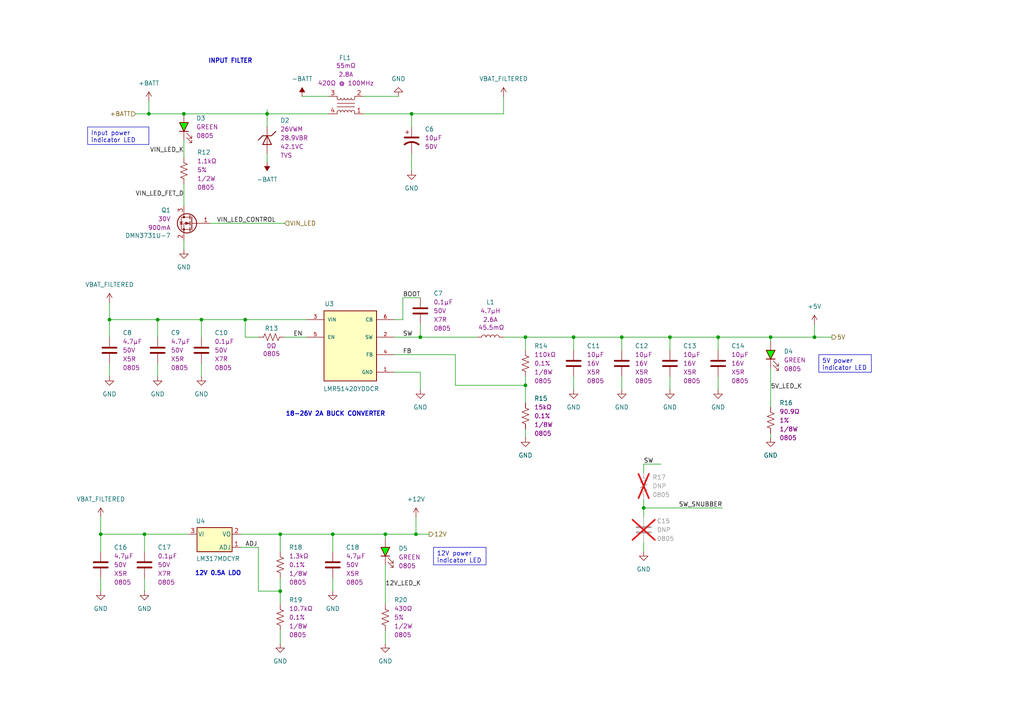
<source format=kicad_sch>
(kicad_sch (version 20231120) (generator "eeschema") (generator_version "8.0")
  (paper "A4")
  (title_block (title "EauRouge") (date "2025-01-29") (rev "1"))
  (lib_symbols
    (symbol "Capacitor_Polarized:865080642006" (pin_numbers hide) (pin_names (offset 0.254) hide)
      (property "Reference" "C" (at 3.302 2.54 0))
      (property "Capacitance" "10µF" (at 3.302 0.254 0))
      (property "Voltage - Rated" "50V" (at 3.302 -2.032 0))
      (symbol "865080642006_1_1"
        (pin passive line (at 0 3.81 270) (length 2.794) (name "~") (number "1"))
        (pin passive line (at 0 -3.81 90) (length 3.302) (name "~") (number "2"))
      )
    )
    (symbol "Capacitors_MLCC:CL21B104KBCNNNC" (pin_numbers hide) (pin_names (offset 0.254) hide)
      (property "Reference" "C" (at 4.826 4.318 0))
      (property "Capacitance" "0.1µF" (at 4.826 2.286 0))
      (property "Rated Voltage" "50V" (at 4.826 0 0))
      (property "Temperature Coefficient" "X7R" (at 4.826 -2.032 0))
      (property "Package" "0805" (at 4.826 -4.064 0))
      (symbol "CL21B104KBCNNNC_1_1"
        (pin passive line (at 0 3.81 270) (length 2.794) (name "~") (number "1"))
        (pin passive line (at 0 -3.81 90) (length 2.794) (name "~") (number "2"))
      )
    )
    (symbol "Capacitors_MLCC:DNP_MLCC_0805" (pin_numbers hide) (pin_names (offset 0.254) hide)
      (property "Reference" "C" (at 4.826 2.286 0))
      (property "Value" "DNP" (at 4.826 -0.254 0))
      (property "Package" "0805" (at 4.826 -2.794 0))
      (symbol "DNP_MLCC_0805_1_1"
        (pin passive line (at 0 3.81 270) (length 2.794) (name "~") (number "1"))
        (pin passive line (at 0 -3.81 90) (length 2.794) (name "~") (number "2"))
      )
    )
    (symbol "Capacitors_MLCC:GRM21BR61C106KE15K" (pin_numbers hide) (pin_names (offset 0.254) hide)
      (property "Reference" "C" (at 4.826 4.318 0))
      (property "Capacitance" "10µF" (at 4.826 2.286 0))
      (property "Rated Voltage" "16V" (at 4.826 0 0))
      (property "Temperature Coefficient" "X5R" (at 4.826 -2.032 0))
      (property "Package" "0805" (at 4.826 -4.064 0))
      (symbol "GRM21BR61C106KE15K_1_1"
        (pin passive line (at 0 3.81 270) (length 2.794) (name "~") (number "1"))
        (pin passive line (at 0 -3.81 90) (length 2.794) (name "~") (number "2"))
      )
    )
    (symbol "Capacitors_MLCC:GRM21BR61H475KE51L" (pin_numbers hide) (pin_names (offset 0.254) hide)
      (property "Reference" "C" (at 4.826 4.318 0))
      (property "Capacitance" "4.7µF" (at 4.826 2.286 0))
      (property "Rated Voltage" "50V" (at 4.826 0 0))
      (property "Temperature Coefficient" "X5R" (at 4.826 -2.032 0))
      (property "Package" "0805" (at 4.826 -4.064 0))
      (symbol "GRM21BR61H475KE51L_1_1"
        (pin passive line (at 0 3.81 270) (length 2.794) (name "~") (number "1"))
        (pin passive line (at 0 -3.81 90) (length 2.794) (name "~") (number "2"))
      )
    )
    (symbol "Diode:SMAJ26A-13-F" (pin_numbers hide) (pin_names (offset 1.016) hide)
      (property "Reference" "D" (at -2.032 4.826 0))
      (property "Voltage - Reverse Standoff (Typ) " "26VWM" (at -2.032 -6.604 0))
      (property "Voltage - Breakdown (Min) " "28.9VBR" (at -2.032 -9.144 0))
      (property "Voltage - Clamping (Max) @ Ipp " "42.1VC" (at -2.032 -11.684 0))
      (property "Function" "TVS" (at -0.254 -4.318 0))
      (symbol "SMAJ26A-13-F_1_1"
        (pin passive line (at 3.81 0 180) (length 2.54) (name "C") (number "1"))
        (pin passive line (at -3.81 0 0) (length 2.54) (name "A") (number "2"))
      )
    )
    (symbol "Filter:CMC_TDK_ACM4520-421-2P-T000" (pin_names hide)
      (property "Reference" "FL" (at -2.794 5.334 0))
      (property "Current Rating" "2.8A" (at -3.302 -4.826 0))
      (property "Impedance @ Frequency" "420Ω @ 100MHz" (at -3.556 -7.112 0))
      (property "DC Resistance (DCR) (Max) " "55mΩ" (at -3.556 -9.398 0))
      (symbol "CMC_TDK_ACM4520-421-2P-T000_1_1"
        (pin passive line (at -5.08 2.54 0) (length 2.54) (name "1") (number "1"))
        (pin passive line (at -5.08 -2.54 0) (length 2.54) (name "2") (number "2"))
        (pin passive line (at 5.08 -2.54 180) (length 2.54) (name "3") (number "3"))
        (pin passive line (at 5.08 2.54 180) (length 2.54) (name "4") (number "4"))
      )
    )
    (symbol "Inductors:NRS5030T4R7MMGJV" (pin_numbers hide) (pin_names (offset 1.016) hide)
      (property "Reference" "L" (at -2.286 2.794 0))
      (property "Inductance" "4.7µH" (at -3.048 -2.032 0))
      (property "DCR" "45.5mΩ" (at -3.048 -6.604 0))
      (property "Current Rating" "2.6A" (at -3.048 -4.318 0))
      (symbol "NRS5030T4R7MMGJV_1_1"
        (pin passive line (at -3.81 0 0) (length 1.27) (name "1") (number "1"))
        (pin passive line (at 3.81 0 180) (length 1.27) (name "2") (number "2"))
      )
    )
    (symbol "LED:150080GS75000" (pin_numbers hide) (pin_names (offset 1.016) hide)
      (property "Reference" "D" (at 0 2.54 0))
      (property "Color" "GREEN" (at -1.27 -5.08 0))
      (property "Package" "0805" (at -1.27 -3.048 0))
      (symbol "150080GS75000_1_1"
        (pin passive line (at -3.81 0 0) (length 2.54) (name "K") (number "1"))
        (pin passive line (at 3.81 0 180) (length 2.54) (name "A") (number "2"))
      )
    )
    (symbol "Regulator_Linear:LM317MDCYR" (pin_names (offset 0.254))
      (property "Reference" "U" (at -3.81 3.175 0))
      (property "Value" "LM317MDCYR" (at -5.334 -6.858 0))
      (symbol "LM317MDCYR_1_1"
        (pin input line (at 7.62 -3.81 180) (length 2.54) (name "ADJ") (number "1"))
        (pin power_out line (at 7.62 0 180) (length 2.54) (name "VO") (number "2"))
        (pin power_in line (at -7.62 0 0) (length 2.54) (name "VI") (number "3"))
      )
    )
    (symbol "Regulator_Switching:LMR51420YDDCR" (pin_names (offset 1.016))
      (property "Reference" "U" (at -7.62 10.922 0))
      (property "Value" "LMR51420YDDCR" (at -7.62 -12.7 0))
      (symbol "LMR51420YDDCR_0_0"
        (pin input line (at 12.7 -2.54 180) (length 5.08) (name "FB") (number "4"))
        (pin input line (at -12.7 2.54 0) (length 5.08) (name "EN") (number "5"))
        (pin passive line (at 12.7 7.62 180) (length 5.08) (name "CB") (number "6"))
      )
      (symbol "LMR51420YDDCR_1_0"
        (pin power_in line (at 12.7 -7.62 180) (length 5.08) (name "GND") (number "1"))
        (pin power_out line (at 12.7 2.54 180) (length 5.08) (name "SW") (number "2"))
        (pin power_in line (at -12.7 7.62 0) (length 5.08) (name "VIN") (number "3"))
      )
    )
    (symbol "Resistors:DNP_0805" (pin_numbers hide) (pin_names (offset 1.016) hide)
      (property "Reference" "R" (at 2.54 3.556 0))
      (property "Resistance" "DNP" (at 2.54 2.032 0))
      (property "Package" "0805" (at 2.54 -3.048 0))
      (symbol "DNP_0805_1_1"
        (pin passive line (at 0 3.81 270) (length 1.27) (name "~") (number "1"))
        (pin passive line (at 0 -3.81 90) (length 1.27) (name "~") (number "2"))
      )
    )
    (symbol "Resistors:ERA-6AEB114V" (pin_numbers hide) (pin_names (offset 1.016) hide)
      (property "Reference" "R" (at 2.54 3.556 0))
      (property "Resistance" "110kΩ" (at 2.54 2.032 0))
      (property "Tolerance" "0.1%" (at 2.54 0 0))
      (property "Power" "1/8W" (at 2.54 -2.032 0))
      (property "Package" "0805" (at 2.54 -4.064 0))
      (symbol "ERA-6AEB114V_1_1"
        (pin passive line (at 0 3.81 270) (length 1.27) (name "~") (number "1"))
        (pin passive line (at 0 -3.81 90) (length 1.27) (name "~") (number "2"))
      )
    )
    (symbol "Resistors:ERJ-P06J112V" (pin_numbers hide) (pin_names (offset 1.016) hide)
      (property "Reference" "R" (at 2.54 3.556 0))
      (property "Resistance" "1.1kΩ" (at 2.54 2.032 0))
      (property "Tolerance" "5%" (at 2.54 0 0))
      (property "Power" "1/2W" (at 2.54 -2.032 0))
      (property "Package" "0805" (at 2.54 -4.064 0))
      (symbol "ERJ-P06J112V_1_1"
        (pin passive line (at 0 3.81 270) (length 1.27) (name "~") (number "1"))
        (pin passive line (at 0 -3.81 90) (length 1.27) (name "~") (number "2"))
      )
    )
    (symbol "Resistors:ERJ-P06J431V" (pin_numbers hide) (pin_names (offset 1.016) hide)
      (property "Reference" "R" (at 2.54 3.556 0))
      (property "Resistance" "430Ω" (at 2.54 2.032 0))
      (property "Tolerance" "5%" (at 2.54 0 0))
      (property "Power" "1/2W" (at 2.54 -2.032 0))
      (property "Package" "0805" (at 2.54 -4.064 0))
      (symbol "ERJ-P06J431V_1_1"
        (pin passive line (at 0 3.81 270) (length 1.27) (name "~") (number "1"))
        (pin passive line (at 0 -3.81 90) (length 1.27) (name "~") (number "2"))
      )
    )
    (symbol "Resistors:RC0805FR-0790R9L" (pin_numbers hide) (pin_names (offset 1.016) hide)
      (property "Reference" "R" (at 2.54 3.556 0))
      (property "Resistance" "90.9Ω" (at 2.54 2.032 0))
      (property "Tolerance" "1%" (at 2.54 0 0))
      (property "Power" "1/8W" (at 2.54 -2.032 0))
      (property "Package" "0805" (at 2.54 -4.064 0))
      (symbol "RC0805FR-0790R9L_1_1"
        (pin passive line (at 0 3.81 270) (length 1.27) (name "~") (number "1"))
        (pin passive line (at 0 -3.81 90) (length 1.27) (name "~") (number "2"))
      )
    )
    (symbol "Resistors:RC0805JR-070RL" (pin_numbers hide) (pin_names (offset 1.016) hide)
      (property "Reference" "R" (at 2.54 3.556 0))
      (property "Resistance" "0Ω" (at 2.54 2.032 0))
      (property "Package" "0805" (at 2.54 -3.048 0))
      (symbol "RC0805JR-070RL_1_1"
        (pin passive line (at 0 3.81 270) (length 1.27) (name "~") (number "1"))
        (pin passive line (at 0 -3.81 90) (length 1.27) (name "~") (number "2"))
      )
    )
    (symbol "Resistors:RT0805BRD0710K7L" (pin_numbers hide) (pin_names (offset 1.016) hide)
      (property "Reference" "R" (at 2.54 3.556 0))
      (property "Resistance" "10.7kΩ" (at 2.54 2.032 0))
      (property "Tolerance" "0.1%" (at 2.54 0 0))
      (property "Power" "1/8W" (at 2.54 -2.032 0))
      (property "Package" "0805" (at 2.54 -4.064 0))
      (symbol "RT0805BRD0710K7L_1_1"
        (pin passive line (at 0 3.81 270) (length 1.27) (name "~") (number "1"))
        (pin passive line (at 0 -3.81 90) (length 1.27) (name "~") (number "2"))
      )
    )
    (symbol "Resistors:RT0805BRD0715KL" (pin_numbers hide) (pin_names (offset 1.016) hide)
      (property "Reference" "R" (at 2.54 3.556 0))
      (property "Resistance" "15kΩ" (at 2.54 2.032 0))
      (property "Tolerance" "0.1%" (at 2.54 0 0))
      (property "Power" "1/8W" (at 2.54 -2.032 0))
      (property "Package" "0805" (at 2.54 -4.064 0))
      (symbol "RT0805BRD0715KL_1_1"
        (pin passive line (at 0 3.81 270) (length 1.27) (name "~") (number "1"))
        (pin passive line (at 0 -3.81 90) (length 1.27) (name "~") (number "2"))
      )
    )
    (symbol "Resistors:RT0805BRD071K3L" (pin_numbers hide) (pin_names (offset 1.016) hide)
      (property "Reference" "R" (at 2.54 3.556 0))
      (property "Resistance" "1.3kΩ" (at 2.54 2.032 0))
      (property "Tolerance" "0.1%" (at 2.54 0 0))
      (property "Power" "1/8W" (at 2.54 -2.032 0))
      (property "Package" "0805" (at 2.54 -4.064 0))
      (symbol "RT0805BRD071K3L_1_1"
        (pin passive line (at 0 3.81 270) (length 1.27) (name "~") (number "1"))
        (pin passive line (at 0 -3.81 90) (length 1.27) (name "~") (number "2"))
      )
    )
    (symbol "Transistor_FET:DMN3731U-7" (pin_names hide)
      (property "Reference" "Q" (at 5.08 2.54 0))
      (property "Value" "DMN3731U-7" (at 5.08 -3.302 0))
      (property "Drain to Source Voltage (Vdss) " "30V" (at 5.08 -1.27 0))
      (property "Current - Continuous Drain (Id) @ 25°C " "900mA" (at 5.08 0.762 0))
      (symbol "DMN3731U-7_1_1"
        (pin input line (at -5.08 0 0) (length 2.54) (name "G") (number "1"))
        (pin passive line (at 2.54 -5.08 90) (length 2.54) (name "S") (number "2"))
        (pin passive line (at 2.54 5.08 270) (length 2.54) (name "D") (number "3"))
      )
    )
    (symbol "power:+12V" (power) (pin_numbers hide) (pin_names (offset 0) hide)
      (property "Value" "+12V" (at 0 3.556 0))
      (symbol "+12V_1_1"
        (pin power_in line (at 0 0 90) (length 0) (name "~") (number "1"))
      )
    )
    (symbol "power:+5V" (power) (pin_numbers hide) (pin_names (offset 0) hide)
      (property "Value" "+5V" (at 0 3.556 0))
      (symbol "+5V_1_1"
        (pin power_in line (at 0 0 90) (length 0) (name "~") (number "1"))
      )
    )
    (symbol "power:+BATT" (power) (pin_numbers hide) (pin_names (offset 0) hide)
      (property "Value" "+BATT" (at 0 3.556 0))
      (symbol "+BATT_1_1"
        (pin power_in line (at 0 0 90) (length 0) (name "~") (number "1"))
      )
    )
    (symbol "power:-BATT" (power) (pin_numbers hide) (pin_names (offset 0) hide)
      (property "Value" "-BATT" (at 0 3.556 0))
      (symbol "-BATT_1_1"
        (pin power_in line (at 0 0 90) (length 0) (name "~") (number "1"))
      )
    )
    (symbol "power:GND" (power) (pin_numbers hide) (pin_names (offset 0) hide)
      (property "Value" "GND" (at 0 -3.81 0))
      (symbol "GND_1_1"
        (pin power_in line (at 0 0 270) (length 0) (name "~") (number "1"))
      )
    )
    (symbol "power:VBAT_FILTERED" (power) (pin_numbers hide) (pin_names (offset 0) hide)
      (property "Value" "VBAT_FILTERED" (at 0 3.556 0))
      (symbol "VBAT_FILTERED_1_1"
        (pin power_in line (at 0 0 90) (length 0) (name "~") (number "1"))
      )
    )
  )
  (junction (at 186.69 147.32))
  (junction (at 29.21 154.94))
  (junction (at 236.22 97.79))
  (junction (at 111.76 154.94))
  (junction (at 77.47 33.02))
  (junction (at 43.18 33.02))
  (junction (at 120.65 154.94))
  (junction (at 81.28 171.45))
  (junction (at 71.12 92.71))
  (junction (at 152.4 97.79))
  (junction (at 121.92 97.79))
  (junction (at 208.28 97.79))
  (junction (at 41.91 154.94))
  (junction (at 45.72 92.71))
  (junction (at 31.75 92.71))
  (junction (at 81.28 154.94))
  (junction (at 152.4 111.76))
  (junction (at 119.38 33.02))
  (junction (at 223.52 97.79))
  (junction (at 194.31 97.79))
  (junction (at 180.34 97.79))
  (junction (at 166.37 97.79))
  (junction (at 58.42 92.71))
  (junction (at 96.52 154.94))
  (junction (at 53.34 33.02))
  (wire (pts (xy 114.3 97.79) (xy 121.92 97.79)))
  (wire (pts (xy 111.76 182.88) (xy 111.76 186.69)))
  (wire (pts (xy 186.69 147.32) (xy 186.69 149.86)))
  (wire (pts (xy 111.76 154.94) (xy 111.76 156.21)))
  (wire (pts (xy 74.93 97.79) (xy 71.12 97.79)))
  (wire (pts (xy 43.18 29.21) (xy 43.18 33.02)))
  (wire (pts (xy 81.28 182.88) (xy 81.28 186.69)))
  (wire (pts (xy 29.21 154.94) (xy 29.21 160.02)))
  (wire (pts (xy 96.52 154.94) (xy 96.52 160.02)))
  (wire (pts (xy 81.28 171.45) (xy 81.28 175.26)))
  (wire (pts (xy 81.28 167.64) (xy 81.28 171.45)))
  (wire (pts (xy 58.42 105.41) (xy 58.42 109.22)))
  (wire (pts (xy 41.91 154.94) (xy 54.61 154.94)))
  (wire (pts (xy 116.84 92.71) (xy 116.84 86.36)))
  (wire (pts (xy 53.34 72.39) (xy 53.34 69.85)))
  (wire (pts (xy 41.91 167.64) (xy 41.91 171.45)))
  (wire (pts (xy 208.28 97.79) (xy 223.52 97.79)))
  (wire (pts (xy 186.69 147.32) (xy 209.55 147.32)))
  (wire (pts (xy 121.92 93.98) (xy 121.92 97.79)))
  (wire (pts (xy 166.37 97.79) (xy 180.34 97.79)))
  (wire (pts (xy 41.91 160.02) (xy 41.91 154.94)))
  (wire (pts (xy 119.38 33.02) (xy 119.38 36.83)))
  (wire (pts (xy 45.72 105.41) (xy 45.72 109.22)))
  (wire (pts (xy 82.55 97.79) (xy 88.9 97.79)))
  (wire (pts (xy 81.28 154.94) (xy 96.52 154.94)))
  (wire (pts (xy 96.52 167.64) (xy 96.52 171.45)))
  (wire (pts (xy 77.47 31.75) (xy 77.47 33.02)))
  (wire (pts (xy 152.4 111.76) (xy 132.08 111.76)))
  (wire (pts (xy 96.52 154.94) (xy 111.76 154.94)))
  (wire (pts (xy 53.34 33.02) (xy 77.47 33.02)))
  (wire (pts (xy 105.41 27.94) (xy 115.57 27.94)))
  (wire (pts (xy 236.22 93.98) (xy 236.22 97.79)))
  (wire (pts (xy 81.28 154.94) (xy 81.28 160.02)))
  (wire (pts (xy 58.42 92.71) (xy 45.72 92.71)))
  (wire (pts (xy 31.75 92.71) (xy 45.72 92.71)))
  (wire (pts (xy 180.34 109.22) (xy 180.34 113.03)))
  (wire (pts (xy 77.47 33.02) (xy 95.25 33.02)))
  (wire (pts (xy 186.69 144.78) (xy 186.69 147.32)))
  (wire (pts (xy 43.18 33.02) (xy 53.34 33.02)))
  (wire (pts (xy 194.31 109.22) (xy 194.31 113.03)))
  (wire (pts (xy 186.69 134.62) (xy 191.77 134.62)))
  (wire (pts (xy 58.42 97.79) (xy 58.42 92.71)))
  (wire (pts (xy 111.76 163.83) (xy 111.76 175.26)))
  (wire (pts (xy 29.21 167.64) (xy 29.21 171.45)))
  (wire (pts (xy 146.05 97.79) (xy 152.4 97.79)))
  (wire (pts (xy 119.38 49.53) (xy 119.38 44.45)))
  (wire (pts (xy 105.41 33.02) (xy 119.38 33.02)))
  (wire (pts (xy 74.93 171.45) (xy 81.28 171.45)))
  (wire (pts (xy 87.63 27.94) (xy 95.25 27.94)))
  (wire (pts (xy 132.08 111.76) (xy 132.08 102.87)))
  (wire (pts (xy 71.12 92.71) (xy 88.9 92.71)))
  (wire (pts (xy 152.4 127) (xy 152.4 124.46)))
  (wire (pts (xy 120.65 149.86) (xy 120.65 154.94)))
  (wire (pts (xy 69.85 158.75) (xy 74.93 158.75)))
  (wire (pts (xy 166.37 113.03) (xy 166.37 109.22)))
  (wire (pts (xy 71.12 97.79) (xy 71.12 92.71)))
  (wire (pts (xy 121.92 107.95) (xy 121.92 113.03)))
  (wire (pts (xy 223.52 127) (xy 223.52 125.73)))
  (wire (pts (xy 194.31 97.79) (xy 208.28 97.79)))
  (wire (pts (xy 208.28 97.79) (xy 208.28 101.6)))
  (wire (pts (xy 166.37 97.79) (xy 166.37 101.6)))
  (wire (pts (xy 31.75 105.41) (xy 31.75 109.22)))
  (wire (pts (xy 146.05 33.02) (xy 119.38 33.02)))
  (wire (pts (xy 69.85 154.94) (xy 81.28 154.94)))
  (wire (pts (xy 77.47 33.02) (xy 77.47 36.83)))
  (wire (pts (xy 41.91 154.94) (xy 29.21 154.94)))
  (wire (pts (xy 120.65 154.94) (xy 124.46 154.94)))
  (wire (pts (xy 77.47 44.45) (xy 77.47 46.99)))
  (wire (pts (xy 208.28 113.03) (xy 208.28 109.22)))
  (wire (pts (xy 223.52 97.79) (xy 223.52 99.06)))
  (wire (pts (xy 186.69 134.62) (xy 186.69 137.16)))
  (wire (pts (xy 29.21 149.86) (xy 29.21 154.94)))
  (wire (pts (xy 31.75 92.71) (xy 31.75 97.79)))
  (wire (pts (xy 180.34 97.79) (xy 194.31 97.79)))
  (wire (pts (xy 146.05 27.94) (xy 146.05 33.02)))
  (wire (pts (xy 180.34 97.79) (xy 180.34 101.6)))
  (wire (pts (xy 74.93 158.75) (xy 74.93 171.45)))
  (wire (pts (xy 223.52 97.79) (xy 236.22 97.79)))
  (wire (pts (xy 152.4 97.79) (xy 166.37 97.79)))
  (wire (pts (xy 60.96 64.77) (xy 82.55 64.77)))
  (wire (pts (xy 194.31 97.79) (xy 194.31 101.6)))
  (wire (pts (xy 223.52 106.68) (xy 223.52 118.11)))
  (wire (pts (xy 58.42 92.71) (xy 71.12 92.71)))
  (wire (pts (xy 53.34 40.64) (xy 53.34 45.72)))
  (wire (pts (xy 236.22 97.79) (xy 241.3 97.79)))
  (wire (pts (xy 45.72 92.71) (xy 45.72 97.79)))
  (wire (pts (xy 152.4 109.22) (xy 152.4 111.76)))
  (wire (pts (xy 39.37 33.02) (xy 43.18 33.02)))
  (wire (pts (xy 114.3 107.95) (xy 121.92 107.95)))
  (wire (pts (xy 116.84 86.36) (xy 121.92 86.36)))
  (wire (pts (xy 31.75 87.63) (xy 31.75 92.71)))
  (wire (pts (xy 53.34 53.34) (xy 53.34 59.69)))
  (wire (pts (xy 152.4 111.76) (xy 152.4 116.84)))
  (wire (pts (xy 186.69 160.02) (xy 186.69 157.48)))
  (wire (pts (xy 111.76 154.94) (xy 120.65 154.94)))
  (wire (pts (xy 121.92 97.79) (xy 138.43 97.79)))
  (wire (pts (xy 132.08 102.87) (xy 114.3 102.87)))
  (wire (pts (xy 152.4 97.79) (xy 152.4 101.6)))
  (wire (pts (xy 114.3 92.71) (xy 116.84 92.71)))
  (text_box "12V power indicator LED" (at 125.73 158.75 0) (size 15.24 5.08) (effects (font (size 1.27 1.27)) (justify left top)))
  (text_box "Input power indicator LED" (at 25.4 36.83 0) (size 17.78 5.08) (effects (font (size 1.27 1.27)) (justify left top)))
  (text_box "5V power indicator LED" (at 237.49 102.87 0) (size 15.24 5.08) (effects (font (size 1.27 1.27)) (justify left top)))
  (text "12V 0.5A LDO" (at 63.246 166.37 0) (effects (font (size 1.27 1.27) (bold yes))))
  (text "18-26V 2A BUCK CONVERTER " (at 97.79 120.142 0) (effects (font (size 1.27 1.27) (bold yes))))
  (text "INPUT FILTER " (at 67.31 17.78 0) (effects (font (size 1.27 1.27) (bold yes))))
  (label "EN" (at 85.09 97.79 0))
  (label "BOOT" (at 116.84 86.36 0))
  (label "VIN_LED_CONTROL" (at 80.01 64.77 180))
  (label "ADJ" (at 71.12 158.75 0))
  (label "SW_SNUBBER" (at 196.85 147.32 0))
  (label "SW" (at 116.84 97.79 0))
  (label "VIN_LED_FET_D" (at 53.34 57.15 180))
  (label "12V_LED_K" (at 111.76 170.18 0))
  (label "FB" (at 116.84 102.87 0))
  (label "SW" (at 186.69 134.62 0))
  (label "VIN_LED_K" (at 53.34 44.45 180))
  (label "5V_LED_K" (at 223.52 113.03 0))
  (hierarchical_label "12V" (shape output) (at 124.46 154.94 0))
  (hierarchical_label "5V" (shape output) (at 241.3 97.79 0))
  (hierarchical_label "VIN_LED" (shape input) (at 82.55 64.77 0))
  (hierarchical_label "+BATT" (shape input) (at 39.37 33.02 180))
  (symbol (lib_id "power:GND") (at 115.57 27.94 180) (unit 1)
    (property "Reference" "#PWR034" (effects (hide yes)))
    (property "Value" "GND" (at 115.57 22.86 0))
    (property "Description" "Power symbol creates a global label with name \"GND\" , ground" (effects (hide yes)))
  )
  (symbol (lib_id "power:GND") (at 194.31 113.03 0) (unit 1)
    (property "Reference" "#PWR048" (effects (hide yes)))
    (property "Value" "GND" (at 194.31 118.11 0))
    (property "Description" "Power symbol creates a global label with name \"GND\" , ground" (effects (hide yes)))
  )
  (symbol (lib_id "power:GND") (at 152.4 127 0) (unit 1)
    (property "Reference" "#PWR050" (effects (hide yes)))
    (property "Value" "GND" (at 152.4 132.08 0))
    (property "Description" "Power symbol creates a global label with name \"GND\" , ground" (effects (hide yes)))
  )
  (symbol (lib_id "Capacitors_MLCC:CL21B104KBCNNNC") (at 58.42 101.6 0) (unit 1)
    (property "Reference" "C10" (at 62.23 96.5199 0) (effects (justify left)))
    (property "Value" "CL21B104KBCNNNC" (effects (hide yes)))
    (property "Footprint" "Capacitor_SMD:C_0805_2012Metric_Pad1.18x1.45mm_HandSolder" (effects (hide yes)))
    (property "Description" "CAP CER 0.1UF 50V X7R 0805" (effects (hide yes)))
    (property "Capacitance" "0.1µF" (at 62.23 99.0599 0) (effects (justify left)))
    (property "Rated Voltage" "50V" (at 62.23 101.5999 0) (effects (justify left)))
    (property "Temperature Coefficient" "X7R" (at 62.23 104.1399 0) (effects (justify left)))
    (property "Package" "0805" (at 62.23 106.6799 0) (effects (justify left)))
  )
  (symbol (lib_id "Transistor_FET:DMN3731U-7") (at 55.88 64.77 0) (mirror y) (unit 1)
    (property "Reference" "Q1" (at 49.53 60.9599 0) (effects (justify left)))
    (property "Value" "DMN3731U-7" (at 49.53 68.3261 0) (effects (justify left)))
    (property "Footprint" "Package_TO_SOT_SMD:SOT-23-3_DMN3731U-7" (effects (hide yes)))
    (property "Description" "MOSFET N-CH 30V 900MA SOT23" (effects (hide yes)))
    (property "Drain to Source Voltage (Vdss) " "30V" (at 49.53 63.5 0) (effects (justify left)))
    (property "Current - Continuous Drain (Id) @ 25°C " "900mA" (at 49.53 66.04 0) (effects (justify left)))
  )
  (symbol (lib_id "power:VBAT_FILTERED") (at 29.21 149.86 0) (unit 1)
    (property "Reference" "#PWR052" (effects (hide yes)))
    (property "Value" "VBAT_FILTERED" (at 29.21 144.78 0))
    (property "Description" "Power symbol creates a global label with name \"VBAT_FILTERED\"" (effects (hide yes)))
  )
  (symbol (lib_id "Capacitors_MLCC:GRM21BR61C106KE15K") (at 208.28 105.41 0) (unit 1)
    (property "Reference" "C14" (at 212.09 100.3299 0) (effects (justify left)))
    (property "Value" "GRM21BR61C106KE15K" (effects (hide yes)))
    (property "Footprint" "Capacitor_SMD:C_0805_2012Metric_Pad1.18x1.45mm_HandSolder" (effects (hide yes)))
    (property "Description" "CAP CER 10UF 16V X5R 0805" (effects (hide yes)))
    (property "Capacitance" "10µF" (at 212.09 102.8699 0) (effects (justify left)))
    (property "Rated Voltage" "16V" (at 212.09 105.4099 0) (effects (justify left)))
    (property "Temperature Coefficient" "X5R" (at 212.09 107.9499 0) (effects (justify left)))
    (property "Package" "0805" (at 212.09 110.4899 0) (effects (justify left)))
  )
  (symbol (lib_id "Resistors:DNP_0805") (at 186.69 140.97 0) (unit 1) (dnp yes)
    (property "Reference" "R17" (at 189.23 138.4299 0) (effects (justify left)))
    (property "Value" "DNP 0805" (effects (hide yes)))
    (property "Footprint" "Resistor_SMD:R_0805_2012Metric_Pad1.20x1.40mm_HandSolder" (effects (hide yes)))
    (property "Description" "Res 0805 Do Not Populate" (effects (hide yes)))
    (property "PARTREV" "V.12" (effects (hide yes)))
    (property "STANDARD" "IPC 7351B" (effects (hide yes)))
    (property "MAXIMUM_PACKAGE_HEIGHT" "0.6 mm" (effects (hide yes)))
    (property "MANUFACTURER" "Yageo" (effects (hide yes)))
    (property "Resistance" "DNP" (at 189.23 140.9699 0) (effects (justify left)))
    (property "Tolerance" "-" (effects (hide yes)))
    (property "Power" "1/8W" (effects (hide yes)))
    (property "Package" "0805" (at 189.23 143.5099 0) (effects (justify left)))
  )
  (symbol (lib_id "power:GND") (at 41.91 171.45 0) (unit 1)
    (property "Reference" "#PWR056" (effects (hide yes)))
    (property "Value" "GND" (at 41.91 176.53 0))
    (property "Description" "Power symbol creates a global label with name \"GND\" , ground" (effects (hide yes)))
  )
  (symbol (lib_id "Resistors:ERA-6AEB114V") (at 152.4 105.41 0) (unit 1)
    (property "Reference" "R14" (at 154.94 100.3299 0) (effects (justify left)))
    (property "Value" "ERA-6AEB114V" (effects (hide yes)))
    (property "Footprint" "Resistor_SMD:R_0805_2012Metric_Pad1.20x1.40mm_HandSolder" (effects (hide yes)))
    (property "Description" "RES SMD 110K OHM 0.1% 1/8W 0805" (effects (hide yes)))
    (property "PARTREV" "V.12" (effects (hide yes)))
    (property "STANDARD" "IPC 7351B" (effects (hide yes)))
    (property "MAXIMUM_PACKAGE_HEIGHT" "0.6 mm" (effects (hide yes)))
    (property "MANUFACTURER" "Panasonic Electronic Components" (effects (hide yes)))
    (property "Resistance" "110kΩ" (at 154.94 102.8699 0) (effects (justify left)))
    (property "Tolerance" "0.1%" (at 154.94 105.4099 0) (effects (justify left)))
    (property "Power" "1/8W" (at 154.94 107.9499 0) (effects (justify left)))
    (property "Package" "0805" (at 154.94 110.4899 0) (effects (justify left)))
  )
  (symbol (lib_id "power:GND") (at 53.34 72.39 0) (unit 1)
    (property "Reference" "#PWR039" (effects (hide yes)))
    (property "Value" "GND" (at 53.34 77.47 0))
    (property "Description" "Power symbol creates a global label with name \"GND\" , ground" (effects (hide yes)))
  )
  (symbol (lib_id "LED:150080GS75000") (at 111.76 160.02 90) (unit 1)
    (property "Reference" "D5" (at 115.57 159.0674 90) (effects (justify right)))
    (property "Value" "150080GS75000" (effects (hide yes)))
    (property "Footprint" "LED_SMD:LED_0805_2012Metric_Pad1.15x1.40mm_HandSolder" (effects (hide yes)))
    (property "Description" "LED GREEN CLEAR 0805 SMD" (effects (hide yes)))
    (property "Color" "GREEN" (at 115.57 161.6074 90) (effects (justify right)))
    (property "Package" "0805" (at 115.57 164.1474 90) (effects (justify right)))
  )
  (symbol (lib_id "Capacitors_MLCC:DNP_MLCC_0805") (at 186.69 153.67 0) (unit 1) (dnp yes)
    (property "Reference" "C15" (at 190.5 151.1299 0) (effects (justify left)))
    (property "Value" "DNP" (at 190.5 153.6699 0) (effects (justify left)))
    (property "Footprint" "Capacitor_SMD:C_0805_2012Metric_Pad1.18x1.45mm_HandSolder" (effects (hide yes)))
    (property "Package" "0805" (at 190.5 156.2099 0) (effects (justify left)))
  )
  (symbol (lib_id "Diode:SMAJ26A-13-F") (at 77.47 40.64 90) (unit 1)
    (property "Reference" "D2" (at 81.28 34.9249 90) (effects (justify right)))
    (property "Value" "SMAJ26A-13-F" (effects (hide yes)))
    (property "Footprint" "Diode_SMD:D_SMAJ26A-13-F" (effects (hide yes)))
    (property "Description" "TVS DIODE 26VWM 42.1VC SMA" (effects (hide yes)))
    (property "Type" "Zener" (effects (hide yes)))
    (property "Unidirectional Channels " "1" (effects (hide yes)))
    (property "Voltage - Reverse Standoff (Typ) " "26VWM" (at 81.28 37.4649 90) (effects (justify right)))
    (property "Voltage - Breakdown (Min) " "28.9VBR" (at 81.28 40.0049 90) (effects (justify right)))
    (property "Voltage - Clamping (Max) @ Ipp " "42.1VC" (at 81.28 42.5449 90) (effects (justify right)))
    (property "Current - Peak Pulse (10/1000µs) " "9.5A" (effects (hide yes)))
    (property "Manufacturer " "Diodes Incorporated" (effects (hide yes)))
    (property "Function" "TVS" (at 81.28 45.0849 90) (effects (justify right)))
  )
  (symbol (lib_id "power:GND") (at 166.37 113.03 0) (unit 1)
    (property "Reference" "#PWR046" (effects (hide yes)))
    (property "Value" "GND" (at 166.37 118.11 0))
    (property "Description" "Power symbol creates a global label with name \"GND\" , ground" (effects (hide yes)))
  )
  (symbol (lib_id "LED:150080GS75000") (at 53.34 36.83 90) (unit 1)
    (property "Reference" "D3" (at 56.896 34.29 90) (effects (justify right)))
    (property "Value" "150080GS75000" (effects (hide yes)))
    (property "Footprint" "LED_SMD:LED_0805_2012Metric_Pad1.15x1.40mm_HandSolder" (effects (hide yes)))
    (property "Description" "LED GREEN CLEAR 0805 SMD" (effects (hide yes)))
    (property "Color" "GREEN" (at 56.896 36.83 90) (effects (justify right)))
    (property "Package" "0805" (at 56.896 39.37 90) (effects (justify right)))
  )
  (symbol (lib_id "power:GND") (at 223.52 127 0) (unit 1)
    (property "Reference" "#PWR051" (effects (hide yes)))
    (property "Value" "GND" (at 223.52 132.08 0))
    (property "Description" "Power symbol creates a global label with name \"GND\" , ground" (effects (hide yes)))
  )
  (symbol (lib_id "power:GND") (at 45.72 109.22 0) (unit 1)
    (property "Reference" "#PWR043" (effects (hide yes)))
    (property "Value" "GND" (at 45.72 114.3 0))
    (property "Description" "Power symbol creates a global label with name \"GND\" , ground" (effects (hide yes)))
  )
  (symbol (lib_id "power:+5V") (at 236.22 93.98 0) (unit 1)
    (property "Reference" "#PWR041" (effects (hide yes)))
    (property "Value" "+5V" (at 236.22 88.9 0))
    (property "Description" "Power symbol creates a global label with name \"+5V\"" (effects (hide yes)))
  )
  (symbol (lib_id "power:-BATT") (at 77.47 46.99 180) (unit 1)
    (property "Reference" "#PWR037" (effects (hide yes)))
    (property "Value" "-BATT" (at 77.47 52.07 0))
    (property "Description" "Power symbol creates a global label with name \"-BATT\"" (effects (hide yes)))
  )
  (symbol (lib_id "Resistors:RC0805FR-0790R9L") (at 223.52 121.92 0) (unit 1)
    (property "Reference" "R16" (at 226.06 116.8399 0) (effects (justify left)))
    (property "Value" "RC0805FR-0790R9L" (effects (hide yes)))
    (property "Footprint" "Resistor_SMD:R_0805_2012Metric_Pad1.20x1.40mm_HandSolder" (effects (hide yes)))
    (property "Description" "RES 90.9 OHM 1% 1/8W 0805" (effects (hide yes)))
    (property "MANUFACTURER" "YAGEO" (effects (hide yes)))
    (property "Resistance" "90.9Ω" (at 226.06 119.3799 0) (effects (justify left)))
    (property "Tolerance" "1%" (at 226.06 121.9199 0) (effects (justify left)))
    (property "Power" "1/8W" (at 226.06 124.4599 0) (effects (justify left)))
    (property "Package" "0805" (at 226.06 126.9999 0) (effects (justify left)))
  )
  (symbol (lib_id "power:GND") (at 180.34 113.03 0) (unit 1)
    (property "Reference" "#PWR047" (effects (hide yes)))
    (property "Value" "GND" (at 180.34 118.11 0))
    (property "Description" "Power symbol creates a global label with name \"GND\" , ground" (effects (hide yes)))
  )
  (symbol (lib_id "power:GND") (at 58.42 109.22 0) (unit 1)
    (property "Reference" "#PWR044" (effects (hide yes)))
    (property "Value" "GND" (at 58.42 114.3 0))
    (property "Description" "Power symbol creates a global label with name \"GND\" , ground" (effects (hide yes)))
  )
  (symbol (lib_id "Capacitors_MLCC:GRM21BR61C106KE15K") (at 180.34 105.41 0) (unit 1)
    (property "Reference" "C12" (at 184.15 100.3299 0) (effects (justify left)))
    (property "Value" "GRM21BR61C106KE15K" (effects (hide yes)))
    (property "Footprint" "Capacitor_SMD:C_0805_2012Metric_Pad1.18x1.45mm_HandSolder" (effects (hide yes)))
    (property "Description" "CAP CER 10UF 16V X5R 0805" (effects (hide yes)))
    (property "Capacitance" "10µF" (at 184.15 102.8699 0) (effects (justify left)))
    (property "Rated Voltage" "16V" (at 184.15 105.4099 0) (effects (justify left)))
    (property "Temperature Coefficient" "X5R" (at 184.15 107.9499 0) (effects (justify left)))
    (property "Package" "0805" (at 184.15 110.4899 0) (effects (justify left)))
  )
  (symbol (lib_id "Capacitors_MLCC:GRM21BR61H475KE51L") (at 31.75 101.6 0) (unit 1)
    (property "Reference" "C8" (at 35.56 96.5199 0) (effects (justify left)))
    (property "Value" "GRM21BR61H475KE51L" (effects (hide yes)))
    (property "Footprint" "Capacitor_SMD:C_0805_2012Metric_Pad1.18x1.45mm_HandSolder" (effects (hide yes)))
    (property "Description" "CAP CER 4.7UF 50V X5R 0805" (effects (hide yes)))
    (property "Capacitance" "4.7µF" (at 35.56 99.0599 0) (effects (justify left)))
    (property "Rated Voltage" "50V" (at 35.56 101.5999 0) (effects (justify left)))
    (property "Temperature Coefficient" "X5R" (at 35.56 104.1399 0) (effects (justify left)))
    (property "Package" "0805" (at 35.56 106.6799 0) (effects (justify left)))
  )
  (symbol (lib_id "power:GND") (at 119.38 49.53 0) (unit 1)
    (property "Reference" "#PWR038" (effects (hide yes)))
    (property "Value" "GND" (at 119.38 54.61 0))
    (property "Description" "Power symbol creates a global label with name \"GND\" , ground" (effects (hide yes)))
  )
  (symbol (lib_id "Capacitors_MLCC:GRM21BR61C106KE15K") (at 166.37 105.41 0) (unit 1)
    (property "Reference" "C11" (at 170.18 100.3299 0) (effects (justify left)))
    (property "Value" "GRM21BR61C106KE15K" (effects (hide yes)))
    (property "Footprint" "Capacitor_SMD:C_0805_2012Metric_Pad1.18x1.45mm_HandSolder" (effects (hide yes)))
    (property "Description" "CAP CER 10UF 16V X5R 0805" (effects (hide yes)))
    (property "Capacitance" "10µF" (at 170.18 102.8699 0) (effects (justify left)))
    (property "Rated Voltage" "16V" (at 170.18 105.4099 0) (effects (justify left)))
    (property "Temperature Coefficient" "X5R" (at 170.18 107.9499 0) (effects (justify left)))
    (property "Package" "0805" (at 170.18 110.4899 0) (effects (justify left)))
  )
  (symbol (lib_id "Filter:CMC_TDK_ACM4520-421-2P-T000") (at 100.33 30.48 180) (unit 1)
    (property "Reference" "FL1" (at 100.076 16.764 0))
    (property "Value" "ACM4520-421-2P-T000" (effects (hide yes)))
    (property "Footprint" "Inductor_SMD:L_CommonModeChoke_TDK_ACM4520-421-2P-T000" (effects (hide yes)))
    (property "Description" "CMC 2.8A 2LN 420 OHM SMD" (effects (hide yes)))
    (property "Current Rating" "2.8A" (at 100.33 21.59 0))
    (property "Impedance @ Frequency" "420Ω @ 100MHz" (at 100.33 24.13 0))
    (property "DC Resistance (DCR) (Max) " "55mΩ" (at 100.33 19.05 0))
    (property "Mannufacturer" "TDK Corporation  " (effects (hide yes)))
  )
  (symbol (lib_id "power:-BATT") (at 87.63 27.94 0) (unit 1)
    (property "Reference" "#PWR033" (effects (hide yes)))
    (property "Value" "-BATT" (at 87.63 22.86 0))
    (property "Description" "Power symbol creates a global label with name \"-BATT\"" (effects (hide yes)))
  )
  (symbol (lib_id "power:GND") (at 111.76 186.69 0) (unit 1)
    (property "Reference" "#PWR059" (effects (hide yes)))
    (property "Value" "GND" (at 111.76 191.77 0))
    (property "Description" "Power symbol creates a global label with name \"GND\" , ground" (effects (hide yes)))
  )
  (symbol (lib_id "Capacitors_MLCC:CL21B104KBCNNNC") (at 121.92 90.17 0) (unit 1)
    (property "Reference" "C7" (at 125.73 85.0899 0) (effects (justify left)))
    (property "Value" "CL21B104KBCNNNC" (effects (hide yes)))
    (property "Footprint" "Capacitor_SMD:C_0805_2012Metric_Pad1.18x1.45mm_HandSolder" (effects (hide yes)))
    (property "Description" "CAP CER 0.1UF 50V X7R 0805" (effects (hide yes)))
    (property "Capacitance" "0.1µF" (at 125.73 87.6299 0) (effects (justify left)))
    (property "Rated Voltage" "50V" (at 125.73 90.1699 0) (effects (justify left)))
    (property "Temperature Coefficient" "X7R" (at 125.73 92.7099 0) (effects (justify left)))
    (property "Package" "0805" (at 125.73 95.2499 0) (effects (justify left)))
  )
  (symbol (lib_id "Regulator_Switching:LMR51420YDDCR") (at 101.6 100.33 0) (unit 1)
    (property "Reference" "U3" (at 95.504 88.138 0))
    (property "Value" "LMR51420YDDCR" (at 101.854 112.776 0))
    (property "Footprint" "Package_TO_SOT_SMD:SOT-23-6_LMR51420YDDCR" (effects (hide yes)))
    (property "Description" "IC REG BUCK ADJ 2A SOT23" (effects (hide yes)))
    (property "PARTREV" "C" (effects (hide yes)))
    (property "STANDARD" "IPC-7351B" (effects (hide yes)))
    (property "SNAPEDA_PN" "LMR51420YDDCR" (effects (hide yes)))
    (property "MAXIMUM_PACKAGE_HEIGHT" "1.1mm" (effects (hide yes)))
    (property "MANUFACTURER" "Texas Instruments" (effects (hide yes)))
  )
  (symbol (lib_id "power:GND") (at 31.75 109.22 0) (unit 1)
    (property "Reference" "#PWR042" (effects (hide yes)))
    (property "Value" "GND" (at 31.75 114.3 0))
    (property "Description" "Power symbol creates a global label with name \"GND\" , ground" (effects (hide yes)))
  )
  (symbol (lib_id "power:GND") (at 208.28 113.03 0) (unit 1)
    (property "Reference" "#PWR049" (effects (hide yes)))
    (property "Value" "GND" (at 208.28 118.11 0))
    (property "Description" "Power symbol creates a global label with name \"GND\" , ground" (effects (hide yes)))
  )
  (symbol (lib_id "power:GND") (at 121.92 113.03 0) (unit 1)
    (property "Reference" "#PWR045" (effects (hide yes)))
    (property "Value" "GND" (at 121.92 118.11 0))
    (property "Description" "Power symbol creates a global label with name \"GND\" , ground" (effects (hide yes)))
  )
  (symbol (lib_id "Capacitors_MLCC:GRM21BR61H475KE51L") (at 29.21 163.83 0) (unit 1)
    (property "Reference" "C16" (at 33.02 158.7499 0) (effects (justify left)))
    (property "Value" "GRM21BR61H475KE51L" (effects (hide yes)))
    (property "Footprint" "Capacitor_SMD:C_0805_2012Metric_Pad1.18x1.45mm_HandSolder" (effects (hide yes)))
    (property "Description" "CAP CER 4.7UF 50V X5R 0805" (effects (hide yes)))
    (property "Capacitance" "4.7µF" (at 33.02 161.2899 0) (effects (justify left)))
    (property "Rated Voltage" "50V" (at 33.02 163.8299 0) (effects (justify left)))
    (property "Temperature Coefficient" "X5R" (at 33.02 166.3699 0) (effects (justify left)))
    (property "Package" "0805" (at 33.02 168.9099 0) (effects (justify left)))
  )
  (symbol (lib_id "power:GND") (at 96.52 171.45 0) (unit 1)
    (property "Reference" "#PWR057" (effects (hide yes)))
    (property "Value" "GND" (at 96.52 176.53 0))
    (property "Description" "Power symbol creates a global label with name \"GND\" , ground" (effects (hide yes)))
  )
  (symbol (lib_id "Inductors:NRS5030T4R7MMGJV") (at 142.24 97.79 0) (unit 1)
    (property "Reference" "L1" (at 142.24 87.63 0))
    (property "Value" "NRS5030T4R7MMGJV" (effects (hide yes)))
    (property "Footprint" "Inductor_SMD:L_Taiyo-Yuden_NRS5030T4R7MMGJV" (effects (hide yes)))
    (property "Description" "FIXED IND 4.7UH 2.6A 45.5MOHM SM" (effects (hide yes)))
    (property "Inductance" "4.7µH" (at 142.24 90.17 0))
    (property "DCR" "45.5mΩ" (at 142.494 94.996 0))
    (property "Current Rating" "2.6A" (at 142.24 92.71 0))
    (property "Size" "4.9mm x 4.9mm" (effects (hide yes)))
  )
  (symbol (lib_id "LED:150080GS75000") (at 223.52 102.87 90) (unit 1)
    (property "Reference" "D4" (at 227.33 101.9174 90) (effects (justify right)))
    (property "Value" "150080GS75000" (effects (hide yes)))
    (property "Footprint" "LED_SMD:LED_0805_2012Metric_Pad1.15x1.40mm_HandSolder" (effects (hide yes)))
    (property "Description" "LED GREEN CLEAR 0805 SMD" (effects (hide yes)))
    (property "Color" "GREEN" (at 227.33 104.4574 90) (effects (justify right)))
    (property "Package" "0805" (at 227.33 106.9974 90) (effects (justify right)))
  )
  (symbol (lib_id "Resistors:RT0805BRD071K3L") (at 81.28 163.83 0) (unit 1)
    (property "Reference" "R18" (at 83.82 158.7499 0) (effects (justify left)))
    (property "Value" "RT0805BRD071K3L" (effects (hide yes)))
    (property "Footprint" "Resistor_SMD:R_0805_2012Metric_Pad1.20x1.40mm_HandSolder" (effects (hide yes)))
    (property "Description" "RES SMD 1.3K OHM 0.1% 1/8W 0805" (effects (hide yes)))
    (property "Resistance" "1.3kΩ" (at 83.82 161.2899 0) (effects (justify left)))
    (property "Tolerance" "0.1%" (at 83.82 163.8299 0) (effects (justify left)))
    (property "Power" "1/8W" (at 83.82 166.3699 0) (effects (justify left)))
    (property "Package" "0805" (at 83.82 168.9099 0) (effects (justify left)))
  )
  (symbol (lib_id "Capacitors_MLCC:GRM21BR61H475KE51L") (at 45.72 101.6 0) (unit 1)
    (property "Reference" "C9" (at 49.53 96.5199 0) (effects (justify left)))
    (property "Value" "GRM21BR61H475KE51L" (effects (hide yes)))
    (property "Footprint" "Capacitor_SMD:C_0805_2012Metric_Pad1.18x1.45mm_HandSolder" (effects (hide yes)))
    (property "Description" "CAP CER 4.7UF 50V X5R 0805" (effects (hide yes)))
    (property "Capacitance" "4.7µF" (at 49.53 99.0599 0) (effects (justify left)))
    (property "Rated Voltage" "50V" (at 49.53 101.5999 0) (effects (justify left)))
    (property "Temperature Coefficient" "X5R" (at 49.53 104.1399 0) (effects (justify left)))
    (property "Package" "0805" (at 49.53 106.6799 0) (effects (justify left)))
  )
  (symbol (lib_id "power:GND") (at 29.21 171.45 0) (unit 1)
    (property "Reference" "#PWR055" (effects (hide yes)))
    (property "Value" "GND" (at 29.21 176.53 0))
    (property "Description" "Power symbol creates a global label with name \"GND\" , ground" (effects (hide yes)))
  )
  (symbol (lib_id "power:GND") (at 186.69 160.02 0) (unit 1)
    (property "Reference" "#PWR054" (effects (hide yes)))
    (property "Value" "GND" (at 186.69 165.1 0))
    (property "Description" "Power symbol creates a global label with name \"GND\" , ground" (effects (hide yes)))
  )
  (symbol (lib_id "Capacitors_MLCC:CL21B104KBCNNNC") (at 41.91 163.83 0) (unit 1)
    (property "Reference" "C17" (at 45.72 158.7499 0) (effects (justify left)))
    (property "Value" "CL21B104KBCNNNC" (effects (hide yes)))
    (property "Footprint" "Capacitor_SMD:C_0805_2012Metric_Pad1.18x1.45mm_HandSolder" (effects (hide yes)))
    (property "Description" "CAP CER 0.1UF 50V X7R 0805" (effects (hide yes)))
    (property "Capacitance" "0.1µF" (at 45.72 161.2899 0) (effects (justify left)))
    (property "Rated Voltage" "50V" (at 45.72 163.8299 0) (effects (justify left)))
    (property "Temperature Coefficient" "X7R" (at 45.72 166.3699 0) (effects (justify left)))
    (property "Package" "0805" (at 45.72 168.9099 0) (effects (justify left)))
  )
  (symbol (lib_id "Resistors:ERJ-P06J112V") (at 53.34 49.53 0) (unit 1)
    (property "Reference" "R12" (at 57.15 44.196 0) (effects (justify left)))
    (property "Value" "ERJ-P06J112V" (effects (hide yes)))
    (property "Footprint" "Resistor_SMD:R_0805_2012Metric_Pad1.20x1.40mm_HandSolder" (effects (hide yes)))
    (property "Description" "RES SMD 1.1K OHM 5% 1/2W 0805" (effects (hide yes)))
    (property "MANUFACTURER" "Panasonic Electronic Components" (effects (hide yes)))
    (property "Resistance" "1.1kΩ" (at 57.15 46.736 0) (effects (justify left)))
    (property "Tolerance" "5%" (at 57.15 49.276 0) (effects (justify left)))
    (property "Power" "1/2W" (at 57.15 51.816 0) (effects (justify left)))
    (property "Package" "0805" (at 57.15 54.356 0) (effects (justify left)))
  )
  (symbol (lib_id "Resistors:ERJ-P06J431V") (at 111.76 179.07 0) (unit 1)
    (property "Reference" "R20" (at 114.3 173.9899 0) (effects (justify left)))
    (property "Value" "ERJ-P06J431V" (effects (hide yes)))
    (property "Footprint" "Resistor_SMD:R_0805_2012Metric_Pad1.20x1.40mm_HandSolder" (effects (hide yes)))
    (property "Description" "RES SMD 430 OHM 5% 1/2W 0805" (effects (hide yes)))
    (property "MANUFACTURER" "Panasonic Electronic Components" (effects (hide yes)))
    (property "Resistance" "430Ω" (at 114.3 176.5299 0) (effects (justify left)))
    (property "Tolerance" "5%" (at 114.3 179.0699 0) (effects (justify left)))
    (property "Power" "1/2W" (at 114.3 181.6099 0) (effects (justify left)))
    (property "Package" "0805" (at 114.3 184.1499 0) (effects (justify left)))
  )
  (symbol (lib_id "Resistors:RC0805JR-070RL") (at 78.74 97.79 90) (unit 1)
    (property "Reference" "R13" (at 78.74 95.25 90))
    (property "Value" "RC0805JR-070RL" (effects (hide yes)))
    (property "Footprint" "Resistor_SMD:R_0805_2012Metric_Pad1.20x1.40mm_HandSolder" (effects (hide yes)))
    (property "Description" "RES 0 OHM JUMPER 1/8W 0805" (effects (hide yes)))
    (property "PARTREV" "V.12" (effects (hide yes)))
    (property "STANDARD" "IPC 7351B" (effects (hide yes)))
    (property "MAXIMUM_PACKAGE_HEIGHT" "0.6 mm" (effects (hide yes)))
    (property "MANUFACTURER" "Yageo" (effects (hide yes)))
    (property "Resistance" "0Ω" (at 78.74 100.33 90))
    (property "Tolerance" "-" (effects (hide yes)))
    (property "Power" "1/8W" (effects (hide yes)))
    (property "Package" "0805" (at 78.74 102.616 90))
  )
  (symbol (lib_id "power:VBAT_FILTERED") (at 146.05 27.94 0) (unit 1)
    (property "Reference" "#PWR035" (effects (hide yes)))
    (property "Value" "VBAT_FILTERED" (at 146.05 22.86 0))
    (property "Description" "Power symbol creates a global label with name \"VBAT_FILTERED\"" (effects (hide yes)))
  )
  (symbol (lib_id "power:GND") (at 81.28 186.69 0) (unit 1)
    (property "Reference" "#PWR058" (effects (hide yes)))
    (property "Value" "GND" (at 81.28 191.77 0))
    (property "Description" "Power symbol creates a global label with name \"GND\" , ground" (effects (hide yes)))
  )
  (symbol (lib_id "Capacitor_Polarized:865080642006") (at 119.38 40.64 0) (unit 1)
    (property "Reference" "C6" (at 123.19 37.4649 0) (effects (justify left)))
    (property "Value" "865080642006" (effects (hide yes)))
    (property "Footprint" "Capacitor_SMD:865080642006" (effects (hide yes)))
    (property "Description" "CAP ALUM 10UF 20% 50V SMD" (effects (hide yes)))
    (property "Capacitance" "10µF" (at 123.19 40.0049 0) (effects (justify left)))
    (property "Voltage - Rated" "50V" (at 123.19 42.5449 0) (effects (justify left)))
  )
  (symbol (lib_id "Regulator_Linear:LM317MDCYR") (at 62.23 154.94 0) (unit 1)
    (property "Reference" "U4" (at 58.166 151.13 0))
    (property "Value" "LM317MDCYR" (at 63.246 162.052 0))
    (property "Footprint" "Package_TO_SOT_SMD:SOT-223-3_TabPin2_LM317MDCYR" (effects (hide yes)))
    (property "Description" "IC REG LIN POS ADJ 500MA SOT223" (effects (hide yes)))
  )
  (symbol (lib_id "Resistors:RT0805BRD0715KL") (at 152.4 120.65 0) (unit 1)
    (property "Reference" "R15" (at 154.94 115.5699 0) (effects (justify left)))
    (property "Value" "RT0805BRD0715KL" (effects (hide yes)))
    (property "Footprint" "Resistor_SMD:R_0805_2012Metric_Pad1.20x1.40mm_HandSolder" (effects (hide yes)))
    (property "Description" "RES SMD 15K OHM 0.1% 1/8W 0805" (effects (hide yes)))
    (property "PARTREV" "V.12" (effects (hide yes)))
    (property "STANDARD" "IPC 7351B" (effects (hide yes)))
    (property "MAXIMUM_PACKAGE_HEIGHT" "0.6 mm" (effects (hide yes)))
    (property "MANUFACTURER" "Panasonic Electronic Components" (effects (hide yes)))
    (property "Resistance" "15kΩ" (at 154.94 118.1099 0) (effects (justify left)))
    (property "Tolerance" "0.1%" (at 154.94 120.6499 0) (effects (justify left)))
    (property "Power" "1/8W" (at 154.94 123.1899 0) (effects (justify left)))
    (property "Package" "0805" (at 154.94 125.7299 0) (effects (justify left)))
  )
  (symbol (lib_id "Resistors:RT0805BRD0710K7L") (at 81.28 179.07 0) (unit 1)
    (property "Reference" "R19" (at 83.82 173.9899 0) (effects (justify left)))
    (property "Value" "RT0805BRD0710K7L" (effects (hide yes)))
    (property "Footprint" "Resistor_SMD:R_0805_2012Metric_Pad1.20x1.40mm_HandSolder" (effects (hide yes)))
    (property "Description" "RES SMD 10.7K OHM 0.1% 1/8W 0805" (effects (hide yes)))
    (property "Resistance" "10.7kΩ" (at 83.82 176.5299 0) (effects (justify left)))
    (property "Tolerance" "0.1%" (at 83.82 179.0699 0) (effects (justify left)))
    (property "Power" "1/8W" (at 83.82 181.6099 0) (effects (justify left)))
    (property "Package" "0805" (at 83.82 184.1499 0) (effects (justify left)))
  )
  (symbol (lib_id "power:+BATT") (at 43.18 29.21 0) (unit 1)
    (property "Reference" "#PWR036" (effects (hide yes)))
    (property "Value" "+BATT" (at 43.18 24.13 0))
    (property "Description" "Power symbol creates a global label with name \"+BATT\"" (effects (hide yes)))
  )
  (symbol (lib_id "power:VBAT_FILTERED") (at 31.75 87.63 0) (unit 1)
    (property "Reference" "#PWR040" (effects (hide yes)))
    (property "Value" "VBAT_FILTERED" (at 31.75 82.55 0))
    (property "Description" "Power symbol creates a global label with name \"VBAT_FILTERED\"" (effects (hide yes)))
  )
  (symbol (lib_id "power:+12V") (at 120.65 149.86 0) (unit 1)
    (property "Reference" "#PWR053" (effects (hide yes)))
    (property "Value" "+12V" (at 120.65 144.78 0))
    (property "Description" "Power symbol creates a global label with name \"+12V\"" (effects (hide yes)))
  )
  (symbol (lib_id "Capacitors_MLCC:GRM21BR61C106KE15K") (at 194.31 105.41 0) (unit 1)
    (property "Reference" "C13" (at 198.12 100.3299 0) (effects (justify left)))
    (property "Value" "GRM21BR61C106KE15K" (effects (hide yes)))
    (property "Footprint" "Capacitor_SMD:C_0805_2012Metric_Pad1.18x1.45mm_HandSolder" (effects (hide yes)))
    (property "Description" "CAP CER 10UF 16V X5R 0805" (effects (hide yes)))
    (property "Capacitance" "10µF" (at 198.12 102.8699 0) (effects (justify left)))
    (property "Rated Voltage" "16V" (at 198.12 105.4099 0) (effects (justify left)))
    (property "Temperature Coefficient" "X5R" (at 198.12 107.9499 0) (effects (justify left)))
    (property "Package" "0805" (at 198.12 110.4899 0) (effects (justify left)))
  )
  (symbol (lib_id "Capacitors_MLCC:GRM21BR61H475KE51L") (at 96.52 163.83 0) (unit 1)
    (property "Reference" "C18" (at 100.33 158.7499 0) (effects (justify left)))
    (property "Value" "GRM21BR61H475KE51L" (effects (hide yes)))
    (property "Footprint" "Capacitor_SMD:C_0805_2012Metric_Pad1.18x1.45mm_HandSolder" (effects (hide yes)))
    (property "Description" "CAP CER 4.7UF 50V X5R 0805" (effects (hide yes)))
    (property "Capacitance" "4.7µF" (at 100.33 161.2899 0) (effects (justify left)))
    (property "Rated Voltage" "50V" (at 100.33 163.8299 0) (effects (justify left)))
    (property "Temperature Coefficient" "X5R" (at 100.33 166.3699 0) (effects (justify left)))
    (property "Package" "0805" (at 100.33 168.9099 0) (effects (justify left)))
  )
)
</source>
